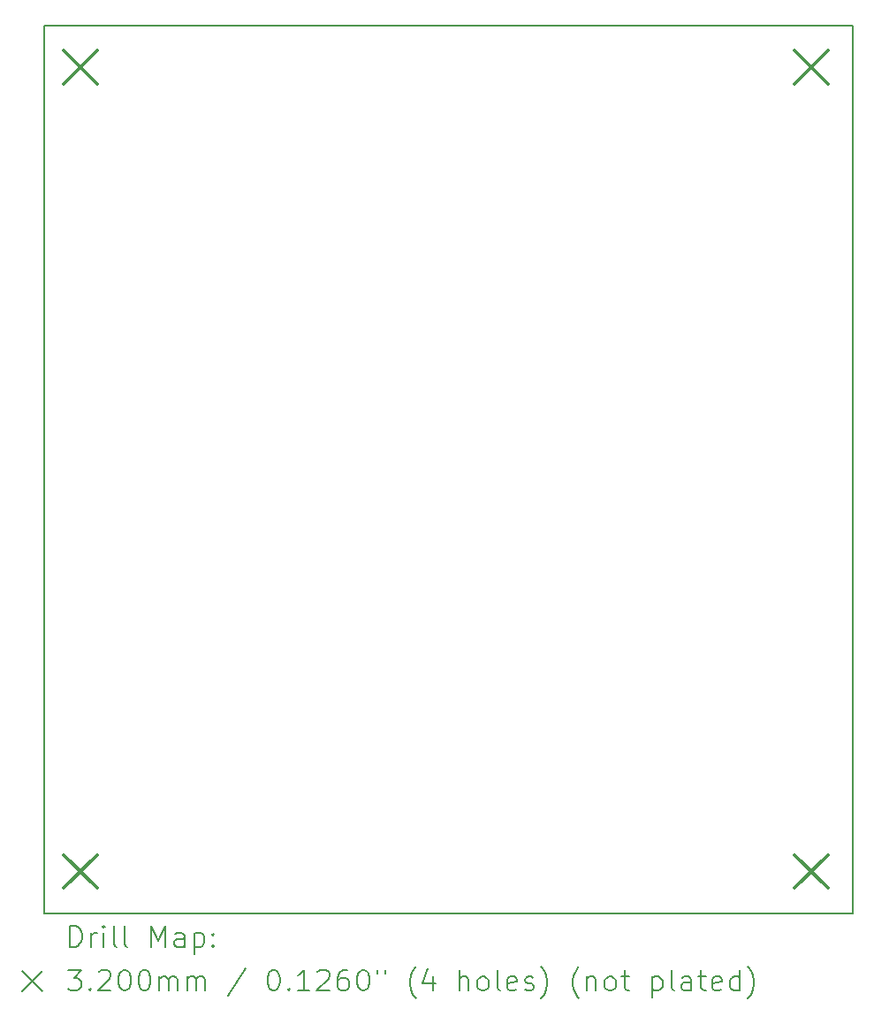
<source format=gbr>
%TF.GenerationSoftware,KiCad,Pcbnew,9.0.4*%
%TF.CreationDate,2025-10-04T10:08:07+10:00*%
%TF.ProjectId,Jet Ranger Test,4a657420-5261-46e6-9765-722054657374,rev?*%
%TF.SameCoordinates,Original*%
%TF.FileFunction,Drillmap*%
%TF.FilePolarity,Positive*%
%FSLAX45Y45*%
G04 Gerber Fmt 4.5, Leading zero omitted, Abs format (unit mm)*
G04 Created by KiCad (PCBNEW 9.0.4) date 2025-10-04 10:08:07*
%MOMM*%
%LPD*%
G01*
G04 APERTURE LIST*
%ADD10C,0.200000*%
%ADD11C,0.320000*%
G04 APERTURE END LIST*
D10*
X11350000Y-3000000D02*
X19100000Y-3000000D01*
X19100000Y-11500000D01*
X11350000Y-11500000D01*
X11350000Y-3000000D01*
D11*
X11540000Y-3240000D02*
X11860000Y-3560000D01*
X11860000Y-3240000D02*
X11540000Y-3560000D01*
X11540000Y-10940000D02*
X11860000Y-11260000D01*
X11860000Y-10940000D02*
X11540000Y-11260000D01*
X18540000Y-3240000D02*
X18860000Y-3560000D01*
X18860000Y-3240000D02*
X18540000Y-3560000D01*
X18540000Y-10940000D02*
X18860000Y-11260000D01*
X18860000Y-10940000D02*
X18540000Y-11260000D01*
D10*
X11600777Y-11821484D02*
X11600777Y-11621484D01*
X11600777Y-11621484D02*
X11648396Y-11621484D01*
X11648396Y-11621484D02*
X11676967Y-11631008D01*
X11676967Y-11631008D02*
X11696015Y-11650055D01*
X11696015Y-11650055D02*
X11705539Y-11669103D01*
X11705539Y-11669103D02*
X11715062Y-11707198D01*
X11715062Y-11707198D02*
X11715062Y-11735769D01*
X11715062Y-11735769D02*
X11705539Y-11773865D01*
X11705539Y-11773865D02*
X11696015Y-11792912D01*
X11696015Y-11792912D02*
X11676967Y-11811960D01*
X11676967Y-11811960D02*
X11648396Y-11821484D01*
X11648396Y-11821484D02*
X11600777Y-11821484D01*
X11800777Y-11821484D02*
X11800777Y-11688150D01*
X11800777Y-11726246D02*
X11810301Y-11707198D01*
X11810301Y-11707198D02*
X11819824Y-11697674D01*
X11819824Y-11697674D02*
X11838872Y-11688150D01*
X11838872Y-11688150D02*
X11857920Y-11688150D01*
X11924586Y-11821484D02*
X11924586Y-11688150D01*
X11924586Y-11621484D02*
X11915062Y-11631008D01*
X11915062Y-11631008D02*
X11924586Y-11640531D01*
X11924586Y-11640531D02*
X11934110Y-11631008D01*
X11934110Y-11631008D02*
X11924586Y-11621484D01*
X11924586Y-11621484D02*
X11924586Y-11640531D01*
X12048396Y-11821484D02*
X12029348Y-11811960D01*
X12029348Y-11811960D02*
X12019824Y-11792912D01*
X12019824Y-11792912D02*
X12019824Y-11621484D01*
X12153158Y-11821484D02*
X12134110Y-11811960D01*
X12134110Y-11811960D02*
X12124586Y-11792912D01*
X12124586Y-11792912D02*
X12124586Y-11621484D01*
X12381729Y-11821484D02*
X12381729Y-11621484D01*
X12381729Y-11621484D02*
X12448396Y-11764341D01*
X12448396Y-11764341D02*
X12515062Y-11621484D01*
X12515062Y-11621484D02*
X12515062Y-11821484D01*
X12696015Y-11821484D02*
X12696015Y-11716722D01*
X12696015Y-11716722D02*
X12686491Y-11697674D01*
X12686491Y-11697674D02*
X12667443Y-11688150D01*
X12667443Y-11688150D02*
X12629348Y-11688150D01*
X12629348Y-11688150D02*
X12610301Y-11697674D01*
X12696015Y-11811960D02*
X12676967Y-11821484D01*
X12676967Y-11821484D02*
X12629348Y-11821484D01*
X12629348Y-11821484D02*
X12610301Y-11811960D01*
X12610301Y-11811960D02*
X12600777Y-11792912D01*
X12600777Y-11792912D02*
X12600777Y-11773865D01*
X12600777Y-11773865D02*
X12610301Y-11754817D01*
X12610301Y-11754817D02*
X12629348Y-11745293D01*
X12629348Y-11745293D02*
X12676967Y-11745293D01*
X12676967Y-11745293D02*
X12696015Y-11735769D01*
X12791253Y-11688150D02*
X12791253Y-11888150D01*
X12791253Y-11697674D02*
X12810301Y-11688150D01*
X12810301Y-11688150D02*
X12848396Y-11688150D01*
X12848396Y-11688150D02*
X12867443Y-11697674D01*
X12867443Y-11697674D02*
X12876967Y-11707198D01*
X12876967Y-11707198D02*
X12886491Y-11726246D01*
X12886491Y-11726246D02*
X12886491Y-11783388D01*
X12886491Y-11783388D02*
X12876967Y-11802436D01*
X12876967Y-11802436D02*
X12867443Y-11811960D01*
X12867443Y-11811960D02*
X12848396Y-11821484D01*
X12848396Y-11821484D02*
X12810301Y-11821484D01*
X12810301Y-11821484D02*
X12791253Y-11811960D01*
X12972205Y-11802436D02*
X12981729Y-11811960D01*
X12981729Y-11811960D02*
X12972205Y-11821484D01*
X12972205Y-11821484D02*
X12962682Y-11811960D01*
X12962682Y-11811960D02*
X12972205Y-11802436D01*
X12972205Y-11802436D02*
X12972205Y-11821484D01*
X12972205Y-11697674D02*
X12981729Y-11707198D01*
X12981729Y-11707198D02*
X12972205Y-11716722D01*
X12972205Y-11716722D02*
X12962682Y-11707198D01*
X12962682Y-11707198D02*
X12972205Y-11697674D01*
X12972205Y-11697674D02*
X12972205Y-11716722D01*
X11140000Y-12050000D02*
X11340000Y-12250000D01*
X11340000Y-12050000D02*
X11140000Y-12250000D01*
X11581729Y-12041484D02*
X11705539Y-12041484D01*
X11705539Y-12041484D02*
X11638872Y-12117674D01*
X11638872Y-12117674D02*
X11667443Y-12117674D01*
X11667443Y-12117674D02*
X11686491Y-12127198D01*
X11686491Y-12127198D02*
X11696015Y-12136722D01*
X11696015Y-12136722D02*
X11705539Y-12155769D01*
X11705539Y-12155769D02*
X11705539Y-12203388D01*
X11705539Y-12203388D02*
X11696015Y-12222436D01*
X11696015Y-12222436D02*
X11686491Y-12231960D01*
X11686491Y-12231960D02*
X11667443Y-12241484D01*
X11667443Y-12241484D02*
X11610301Y-12241484D01*
X11610301Y-12241484D02*
X11591253Y-12231960D01*
X11591253Y-12231960D02*
X11581729Y-12222436D01*
X11791253Y-12222436D02*
X11800777Y-12231960D01*
X11800777Y-12231960D02*
X11791253Y-12241484D01*
X11791253Y-12241484D02*
X11781729Y-12231960D01*
X11781729Y-12231960D02*
X11791253Y-12222436D01*
X11791253Y-12222436D02*
X11791253Y-12241484D01*
X11876967Y-12060531D02*
X11886491Y-12051008D01*
X11886491Y-12051008D02*
X11905539Y-12041484D01*
X11905539Y-12041484D02*
X11953158Y-12041484D01*
X11953158Y-12041484D02*
X11972205Y-12051008D01*
X11972205Y-12051008D02*
X11981729Y-12060531D01*
X11981729Y-12060531D02*
X11991253Y-12079579D01*
X11991253Y-12079579D02*
X11991253Y-12098627D01*
X11991253Y-12098627D02*
X11981729Y-12127198D01*
X11981729Y-12127198D02*
X11867443Y-12241484D01*
X11867443Y-12241484D02*
X11991253Y-12241484D01*
X12115062Y-12041484D02*
X12134110Y-12041484D01*
X12134110Y-12041484D02*
X12153158Y-12051008D01*
X12153158Y-12051008D02*
X12162682Y-12060531D01*
X12162682Y-12060531D02*
X12172205Y-12079579D01*
X12172205Y-12079579D02*
X12181729Y-12117674D01*
X12181729Y-12117674D02*
X12181729Y-12165293D01*
X12181729Y-12165293D02*
X12172205Y-12203388D01*
X12172205Y-12203388D02*
X12162682Y-12222436D01*
X12162682Y-12222436D02*
X12153158Y-12231960D01*
X12153158Y-12231960D02*
X12134110Y-12241484D01*
X12134110Y-12241484D02*
X12115062Y-12241484D01*
X12115062Y-12241484D02*
X12096015Y-12231960D01*
X12096015Y-12231960D02*
X12086491Y-12222436D01*
X12086491Y-12222436D02*
X12076967Y-12203388D01*
X12076967Y-12203388D02*
X12067443Y-12165293D01*
X12067443Y-12165293D02*
X12067443Y-12117674D01*
X12067443Y-12117674D02*
X12076967Y-12079579D01*
X12076967Y-12079579D02*
X12086491Y-12060531D01*
X12086491Y-12060531D02*
X12096015Y-12051008D01*
X12096015Y-12051008D02*
X12115062Y-12041484D01*
X12305539Y-12041484D02*
X12324586Y-12041484D01*
X12324586Y-12041484D02*
X12343634Y-12051008D01*
X12343634Y-12051008D02*
X12353158Y-12060531D01*
X12353158Y-12060531D02*
X12362682Y-12079579D01*
X12362682Y-12079579D02*
X12372205Y-12117674D01*
X12372205Y-12117674D02*
X12372205Y-12165293D01*
X12372205Y-12165293D02*
X12362682Y-12203388D01*
X12362682Y-12203388D02*
X12353158Y-12222436D01*
X12353158Y-12222436D02*
X12343634Y-12231960D01*
X12343634Y-12231960D02*
X12324586Y-12241484D01*
X12324586Y-12241484D02*
X12305539Y-12241484D01*
X12305539Y-12241484D02*
X12286491Y-12231960D01*
X12286491Y-12231960D02*
X12276967Y-12222436D01*
X12276967Y-12222436D02*
X12267443Y-12203388D01*
X12267443Y-12203388D02*
X12257920Y-12165293D01*
X12257920Y-12165293D02*
X12257920Y-12117674D01*
X12257920Y-12117674D02*
X12267443Y-12079579D01*
X12267443Y-12079579D02*
X12276967Y-12060531D01*
X12276967Y-12060531D02*
X12286491Y-12051008D01*
X12286491Y-12051008D02*
X12305539Y-12041484D01*
X12457920Y-12241484D02*
X12457920Y-12108150D01*
X12457920Y-12127198D02*
X12467443Y-12117674D01*
X12467443Y-12117674D02*
X12486491Y-12108150D01*
X12486491Y-12108150D02*
X12515063Y-12108150D01*
X12515063Y-12108150D02*
X12534110Y-12117674D01*
X12534110Y-12117674D02*
X12543634Y-12136722D01*
X12543634Y-12136722D02*
X12543634Y-12241484D01*
X12543634Y-12136722D02*
X12553158Y-12117674D01*
X12553158Y-12117674D02*
X12572205Y-12108150D01*
X12572205Y-12108150D02*
X12600777Y-12108150D01*
X12600777Y-12108150D02*
X12619824Y-12117674D01*
X12619824Y-12117674D02*
X12629348Y-12136722D01*
X12629348Y-12136722D02*
X12629348Y-12241484D01*
X12724586Y-12241484D02*
X12724586Y-12108150D01*
X12724586Y-12127198D02*
X12734110Y-12117674D01*
X12734110Y-12117674D02*
X12753158Y-12108150D01*
X12753158Y-12108150D02*
X12781729Y-12108150D01*
X12781729Y-12108150D02*
X12800777Y-12117674D01*
X12800777Y-12117674D02*
X12810301Y-12136722D01*
X12810301Y-12136722D02*
X12810301Y-12241484D01*
X12810301Y-12136722D02*
X12819824Y-12117674D01*
X12819824Y-12117674D02*
X12838872Y-12108150D01*
X12838872Y-12108150D02*
X12867443Y-12108150D01*
X12867443Y-12108150D02*
X12886491Y-12117674D01*
X12886491Y-12117674D02*
X12896015Y-12136722D01*
X12896015Y-12136722D02*
X12896015Y-12241484D01*
X13286491Y-12031960D02*
X13115063Y-12289103D01*
X13543634Y-12041484D02*
X13562682Y-12041484D01*
X13562682Y-12041484D02*
X13581729Y-12051008D01*
X13581729Y-12051008D02*
X13591253Y-12060531D01*
X13591253Y-12060531D02*
X13600777Y-12079579D01*
X13600777Y-12079579D02*
X13610301Y-12117674D01*
X13610301Y-12117674D02*
X13610301Y-12165293D01*
X13610301Y-12165293D02*
X13600777Y-12203388D01*
X13600777Y-12203388D02*
X13591253Y-12222436D01*
X13591253Y-12222436D02*
X13581729Y-12231960D01*
X13581729Y-12231960D02*
X13562682Y-12241484D01*
X13562682Y-12241484D02*
X13543634Y-12241484D01*
X13543634Y-12241484D02*
X13524586Y-12231960D01*
X13524586Y-12231960D02*
X13515063Y-12222436D01*
X13515063Y-12222436D02*
X13505539Y-12203388D01*
X13505539Y-12203388D02*
X13496015Y-12165293D01*
X13496015Y-12165293D02*
X13496015Y-12117674D01*
X13496015Y-12117674D02*
X13505539Y-12079579D01*
X13505539Y-12079579D02*
X13515063Y-12060531D01*
X13515063Y-12060531D02*
X13524586Y-12051008D01*
X13524586Y-12051008D02*
X13543634Y-12041484D01*
X13696015Y-12222436D02*
X13705539Y-12231960D01*
X13705539Y-12231960D02*
X13696015Y-12241484D01*
X13696015Y-12241484D02*
X13686491Y-12231960D01*
X13686491Y-12231960D02*
X13696015Y-12222436D01*
X13696015Y-12222436D02*
X13696015Y-12241484D01*
X13896015Y-12241484D02*
X13781729Y-12241484D01*
X13838872Y-12241484D02*
X13838872Y-12041484D01*
X13838872Y-12041484D02*
X13819825Y-12070055D01*
X13819825Y-12070055D02*
X13800777Y-12089103D01*
X13800777Y-12089103D02*
X13781729Y-12098627D01*
X13972206Y-12060531D02*
X13981729Y-12051008D01*
X13981729Y-12051008D02*
X14000777Y-12041484D01*
X14000777Y-12041484D02*
X14048396Y-12041484D01*
X14048396Y-12041484D02*
X14067444Y-12051008D01*
X14067444Y-12051008D02*
X14076967Y-12060531D01*
X14076967Y-12060531D02*
X14086491Y-12079579D01*
X14086491Y-12079579D02*
X14086491Y-12098627D01*
X14086491Y-12098627D02*
X14076967Y-12127198D01*
X14076967Y-12127198D02*
X13962682Y-12241484D01*
X13962682Y-12241484D02*
X14086491Y-12241484D01*
X14257920Y-12041484D02*
X14219825Y-12041484D01*
X14219825Y-12041484D02*
X14200777Y-12051008D01*
X14200777Y-12051008D02*
X14191253Y-12060531D01*
X14191253Y-12060531D02*
X14172206Y-12089103D01*
X14172206Y-12089103D02*
X14162682Y-12127198D01*
X14162682Y-12127198D02*
X14162682Y-12203388D01*
X14162682Y-12203388D02*
X14172206Y-12222436D01*
X14172206Y-12222436D02*
X14181729Y-12231960D01*
X14181729Y-12231960D02*
X14200777Y-12241484D01*
X14200777Y-12241484D02*
X14238872Y-12241484D01*
X14238872Y-12241484D02*
X14257920Y-12231960D01*
X14257920Y-12231960D02*
X14267444Y-12222436D01*
X14267444Y-12222436D02*
X14276967Y-12203388D01*
X14276967Y-12203388D02*
X14276967Y-12155769D01*
X14276967Y-12155769D02*
X14267444Y-12136722D01*
X14267444Y-12136722D02*
X14257920Y-12127198D01*
X14257920Y-12127198D02*
X14238872Y-12117674D01*
X14238872Y-12117674D02*
X14200777Y-12117674D01*
X14200777Y-12117674D02*
X14181729Y-12127198D01*
X14181729Y-12127198D02*
X14172206Y-12136722D01*
X14172206Y-12136722D02*
X14162682Y-12155769D01*
X14400777Y-12041484D02*
X14419825Y-12041484D01*
X14419825Y-12041484D02*
X14438872Y-12051008D01*
X14438872Y-12051008D02*
X14448396Y-12060531D01*
X14448396Y-12060531D02*
X14457920Y-12079579D01*
X14457920Y-12079579D02*
X14467444Y-12117674D01*
X14467444Y-12117674D02*
X14467444Y-12165293D01*
X14467444Y-12165293D02*
X14457920Y-12203388D01*
X14457920Y-12203388D02*
X14448396Y-12222436D01*
X14448396Y-12222436D02*
X14438872Y-12231960D01*
X14438872Y-12231960D02*
X14419825Y-12241484D01*
X14419825Y-12241484D02*
X14400777Y-12241484D01*
X14400777Y-12241484D02*
X14381729Y-12231960D01*
X14381729Y-12231960D02*
X14372206Y-12222436D01*
X14372206Y-12222436D02*
X14362682Y-12203388D01*
X14362682Y-12203388D02*
X14353158Y-12165293D01*
X14353158Y-12165293D02*
X14353158Y-12117674D01*
X14353158Y-12117674D02*
X14362682Y-12079579D01*
X14362682Y-12079579D02*
X14372206Y-12060531D01*
X14372206Y-12060531D02*
X14381729Y-12051008D01*
X14381729Y-12051008D02*
X14400777Y-12041484D01*
X14543634Y-12041484D02*
X14543634Y-12079579D01*
X14619825Y-12041484D02*
X14619825Y-12079579D01*
X14915063Y-12317674D02*
X14905539Y-12308150D01*
X14905539Y-12308150D02*
X14886491Y-12279579D01*
X14886491Y-12279579D02*
X14876968Y-12260531D01*
X14876968Y-12260531D02*
X14867444Y-12231960D01*
X14867444Y-12231960D02*
X14857920Y-12184341D01*
X14857920Y-12184341D02*
X14857920Y-12146246D01*
X14857920Y-12146246D02*
X14867444Y-12098627D01*
X14867444Y-12098627D02*
X14876968Y-12070055D01*
X14876968Y-12070055D02*
X14886491Y-12051008D01*
X14886491Y-12051008D02*
X14905539Y-12022436D01*
X14905539Y-12022436D02*
X14915063Y-12012912D01*
X15076968Y-12108150D02*
X15076968Y-12241484D01*
X15029348Y-12031960D02*
X14981729Y-12174817D01*
X14981729Y-12174817D02*
X15105539Y-12174817D01*
X15334110Y-12241484D02*
X15334110Y-12041484D01*
X15419825Y-12241484D02*
X15419825Y-12136722D01*
X15419825Y-12136722D02*
X15410301Y-12117674D01*
X15410301Y-12117674D02*
X15391253Y-12108150D01*
X15391253Y-12108150D02*
X15362682Y-12108150D01*
X15362682Y-12108150D02*
X15343634Y-12117674D01*
X15343634Y-12117674D02*
X15334110Y-12127198D01*
X15543634Y-12241484D02*
X15524587Y-12231960D01*
X15524587Y-12231960D02*
X15515063Y-12222436D01*
X15515063Y-12222436D02*
X15505539Y-12203388D01*
X15505539Y-12203388D02*
X15505539Y-12146246D01*
X15505539Y-12146246D02*
X15515063Y-12127198D01*
X15515063Y-12127198D02*
X15524587Y-12117674D01*
X15524587Y-12117674D02*
X15543634Y-12108150D01*
X15543634Y-12108150D02*
X15572206Y-12108150D01*
X15572206Y-12108150D02*
X15591253Y-12117674D01*
X15591253Y-12117674D02*
X15600777Y-12127198D01*
X15600777Y-12127198D02*
X15610301Y-12146246D01*
X15610301Y-12146246D02*
X15610301Y-12203388D01*
X15610301Y-12203388D02*
X15600777Y-12222436D01*
X15600777Y-12222436D02*
X15591253Y-12231960D01*
X15591253Y-12231960D02*
X15572206Y-12241484D01*
X15572206Y-12241484D02*
X15543634Y-12241484D01*
X15724587Y-12241484D02*
X15705539Y-12231960D01*
X15705539Y-12231960D02*
X15696015Y-12212912D01*
X15696015Y-12212912D02*
X15696015Y-12041484D01*
X15876968Y-12231960D02*
X15857920Y-12241484D01*
X15857920Y-12241484D02*
X15819825Y-12241484D01*
X15819825Y-12241484D02*
X15800777Y-12231960D01*
X15800777Y-12231960D02*
X15791253Y-12212912D01*
X15791253Y-12212912D02*
X15791253Y-12136722D01*
X15791253Y-12136722D02*
X15800777Y-12117674D01*
X15800777Y-12117674D02*
X15819825Y-12108150D01*
X15819825Y-12108150D02*
X15857920Y-12108150D01*
X15857920Y-12108150D02*
X15876968Y-12117674D01*
X15876968Y-12117674D02*
X15886491Y-12136722D01*
X15886491Y-12136722D02*
X15886491Y-12155769D01*
X15886491Y-12155769D02*
X15791253Y-12174817D01*
X15962682Y-12231960D02*
X15981730Y-12241484D01*
X15981730Y-12241484D02*
X16019825Y-12241484D01*
X16019825Y-12241484D02*
X16038872Y-12231960D01*
X16038872Y-12231960D02*
X16048396Y-12212912D01*
X16048396Y-12212912D02*
X16048396Y-12203388D01*
X16048396Y-12203388D02*
X16038872Y-12184341D01*
X16038872Y-12184341D02*
X16019825Y-12174817D01*
X16019825Y-12174817D02*
X15991253Y-12174817D01*
X15991253Y-12174817D02*
X15972206Y-12165293D01*
X15972206Y-12165293D02*
X15962682Y-12146246D01*
X15962682Y-12146246D02*
X15962682Y-12136722D01*
X15962682Y-12136722D02*
X15972206Y-12117674D01*
X15972206Y-12117674D02*
X15991253Y-12108150D01*
X15991253Y-12108150D02*
X16019825Y-12108150D01*
X16019825Y-12108150D02*
X16038872Y-12117674D01*
X16115063Y-12317674D02*
X16124587Y-12308150D01*
X16124587Y-12308150D02*
X16143634Y-12279579D01*
X16143634Y-12279579D02*
X16153158Y-12260531D01*
X16153158Y-12260531D02*
X16162682Y-12231960D01*
X16162682Y-12231960D02*
X16172206Y-12184341D01*
X16172206Y-12184341D02*
X16172206Y-12146246D01*
X16172206Y-12146246D02*
X16162682Y-12098627D01*
X16162682Y-12098627D02*
X16153158Y-12070055D01*
X16153158Y-12070055D02*
X16143634Y-12051008D01*
X16143634Y-12051008D02*
X16124587Y-12022436D01*
X16124587Y-12022436D02*
X16115063Y-12012912D01*
X16476968Y-12317674D02*
X16467444Y-12308150D01*
X16467444Y-12308150D02*
X16448396Y-12279579D01*
X16448396Y-12279579D02*
X16438872Y-12260531D01*
X16438872Y-12260531D02*
X16429349Y-12231960D01*
X16429349Y-12231960D02*
X16419825Y-12184341D01*
X16419825Y-12184341D02*
X16419825Y-12146246D01*
X16419825Y-12146246D02*
X16429349Y-12098627D01*
X16429349Y-12098627D02*
X16438872Y-12070055D01*
X16438872Y-12070055D02*
X16448396Y-12051008D01*
X16448396Y-12051008D02*
X16467444Y-12022436D01*
X16467444Y-12022436D02*
X16476968Y-12012912D01*
X16553158Y-12108150D02*
X16553158Y-12241484D01*
X16553158Y-12127198D02*
X16562682Y-12117674D01*
X16562682Y-12117674D02*
X16581730Y-12108150D01*
X16581730Y-12108150D02*
X16610301Y-12108150D01*
X16610301Y-12108150D02*
X16629349Y-12117674D01*
X16629349Y-12117674D02*
X16638872Y-12136722D01*
X16638872Y-12136722D02*
X16638872Y-12241484D01*
X16762682Y-12241484D02*
X16743634Y-12231960D01*
X16743634Y-12231960D02*
X16734111Y-12222436D01*
X16734111Y-12222436D02*
X16724587Y-12203388D01*
X16724587Y-12203388D02*
X16724587Y-12146246D01*
X16724587Y-12146246D02*
X16734111Y-12127198D01*
X16734111Y-12127198D02*
X16743634Y-12117674D01*
X16743634Y-12117674D02*
X16762682Y-12108150D01*
X16762682Y-12108150D02*
X16791254Y-12108150D01*
X16791254Y-12108150D02*
X16810301Y-12117674D01*
X16810301Y-12117674D02*
X16819825Y-12127198D01*
X16819825Y-12127198D02*
X16829349Y-12146246D01*
X16829349Y-12146246D02*
X16829349Y-12203388D01*
X16829349Y-12203388D02*
X16819825Y-12222436D01*
X16819825Y-12222436D02*
X16810301Y-12231960D01*
X16810301Y-12231960D02*
X16791254Y-12241484D01*
X16791254Y-12241484D02*
X16762682Y-12241484D01*
X16886492Y-12108150D02*
X16962682Y-12108150D01*
X16915063Y-12041484D02*
X16915063Y-12212912D01*
X16915063Y-12212912D02*
X16924587Y-12231960D01*
X16924587Y-12231960D02*
X16943634Y-12241484D01*
X16943634Y-12241484D02*
X16962682Y-12241484D01*
X17181730Y-12108150D02*
X17181730Y-12308150D01*
X17181730Y-12117674D02*
X17200777Y-12108150D01*
X17200777Y-12108150D02*
X17238873Y-12108150D01*
X17238873Y-12108150D02*
X17257920Y-12117674D01*
X17257920Y-12117674D02*
X17267444Y-12127198D01*
X17267444Y-12127198D02*
X17276968Y-12146246D01*
X17276968Y-12146246D02*
X17276968Y-12203388D01*
X17276968Y-12203388D02*
X17267444Y-12222436D01*
X17267444Y-12222436D02*
X17257920Y-12231960D01*
X17257920Y-12231960D02*
X17238873Y-12241484D01*
X17238873Y-12241484D02*
X17200777Y-12241484D01*
X17200777Y-12241484D02*
X17181730Y-12231960D01*
X17391254Y-12241484D02*
X17372206Y-12231960D01*
X17372206Y-12231960D02*
X17362682Y-12212912D01*
X17362682Y-12212912D02*
X17362682Y-12041484D01*
X17553158Y-12241484D02*
X17553158Y-12136722D01*
X17553158Y-12136722D02*
X17543635Y-12117674D01*
X17543635Y-12117674D02*
X17524587Y-12108150D01*
X17524587Y-12108150D02*
X17486492Y-12108150D01*
X17486492Y-12108150D02*
X17467444Y-12117674D01*
X17553158Y-12231960D02*
X17534111Y-12241484D01*
X17534111Y-12241484D02*
X17486492Y-12241484D01*
X17486492Y-12241484D02*
X17467444Y-12231960D01*
X17467444Y-12231960D02*
X17457920Y-12212912D01*
X17457920Y-12212912D02*
X17457920Y-12193865D01*
X17457920Y-12193865D02*
X17467444Y-12174817D01*
X17467444Y-12174817D02*
X17486492Y-12165293D01*
X17486492Y-12165293D02*
X17534111Y-12165293D01*
X17534111Y-12165293D02*
X17553158Y-12155769D01*
X17619825Y-12108150D02*
X17696015Y-12108150D01*
X17648396Y-12041484D02*
X17648396Y-12212912D01*
X17648396Y-12212912D02*
X17657920Y-12231960D01*
X17657920Y-12231960D02*
X17676968Y-12241484D01*
X17676968Y-12241484D02*
X17696015Y-12241484D01*
X17838873Y-12231960D02*
X17819825Y-12241484D01*
X17819825Y-12241484D02*
X17781730Y-12241484D01*
X17781730Y-12241484D02*
X17762682Y-12231960D01*
X17762682Y-12231960D02*
X17753158Y-12212912D01*
X17753158Y-12212912D02*
X17753158Y-12136722D01*
X17753158Y-12136722D02*
X17762682Y-12117674D01*
X17762682Y-12117674D02*
X17781730Y-12108150D01*
X17781730Y-12108150D02*
X17819825Y-12108150D01*
X17819825Y-12108150D02*
X17838873Y-12117674D01*
X17838873Y-12117674D02*
X17848396Y-12136722D01*
X17848396Y-12136722D02*
X17848396Y-12155769D01*
X17848396Y-12155769D02*
X17753158Y-12174817D01*
X18019825Y-12241484D02*
X18019825Y-12041484D01*
X18019825Y-12231960D02*
X18000777Y-12241484D01*
X18000777Y-12241484D02*
X17962682Y-12241484D01*
X17962682Y-12241484D02*
X17943635Y-12231960D01*
X17943635Y-12231960D02*
X17934111Y-12222436D01*
X17934111Y-12222436D02*
X17924587Y-12203388D01*
X17924587Y-12203388D02*
X17924587Y-12146246D01*
X17924587Y-12146246D02*
X17934111Y-12127198D01*
X17934111Y-12127198D02*
X17943635Y-12117674D01*
X17943635Y-12117674D02*
X17962682Y-12108150D01*
X17962682Y-12108150D02*
X18000777Y-12108150D01*
X18000777Y-12108150D02*
X18019825Y-12117674D01*
X18096016Y-12317674D02*
X18105539Y-12308150D01*
X18105539Y-12308150D02*
X18124587Y-12279579D01*
X18124587Y-12279579D02*
X18134111Y-12260531D01*
X18134111Y-12260531D02*
X18143635Y-12231960D01*
X18143635Y-12231960D02*
X18153158Y-12184341D01*
X18153158Y-12184341D02*
X18153158Y-12146246D01*
X18153158Y-12146246D02*
X18143635Y-12098627D01*
X18143635Y-12098627D02*
X18134111Y-12070055D01*
X18134111Y-12070055D02*
X18124587Y-12051008D01*
X18124587Y-12051008D02*
X18105539Y-12022436D01*
X18105539Y-12022436D02*
X18096016Y-12012912D01*
M02*

</source>
